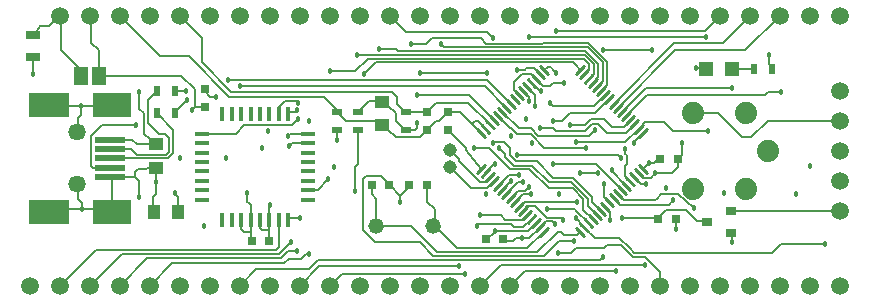
<source format=gbr>
G04 #@! TF.FileFunction,Copper,L1,Top,Signal*
%FSLAX46Y46*%
G04 Gerber Fmt 4.6, Leading zero omitted, Abs format (unit mm)*
G04 Created by KiCad (PCBNEW 4.0.1-stable) date 2017-03-15 4:54:50 PM*
%MOMM*%
G01*
G04 APERTURE LIST*
%ADD10C,0.100000*%
%ADD11C,1.320800*%
%ADD12C,1.143000*%
%ADD13C,0.248920*%
%ADD14R,0.398780X1.297940*%
%ADD15R,1.297940X0.398780*%
%ADD16C,1.879600*%
%ADD17R,1.168400X1.600200*%
%ADD18R,2.540000X0.508000*%
%ADD19R,3.497580X1.998980*%
%ADD20R,3.197860X1.998980*%
%ADD21C,1.457960*%
%ADD22C,1.498600*%
%ADD23R,0.750000X0.800000*%
%ADD24R,0.800000X0.750000*%
%ADD25R,1.000000X1.250000*%
%ADD26R,1.250000X1.000000*%
%ADD27R,1.200000X1.200000*%
%ADD28R,1.300000X0.700000*%
%ADD29R,0.900000X0.500000*%
%ADD30R,0.500000X0.900000*%
%ADD31R,0.900000X0.800000*%
%ADD32C,0.457000*%
%ADD33C,0.127000*%
G04 APERTURE END LIST*
D10*
D11*
X148374100Y-111353600D03*
X143548100Y-111353600D03*
D12*
X149771100Y-106324400D03*
X149771100Y-104952800D03*
D13*
X158107115Y-98501895D02*
X157435391Y-97830171D01*
X157747904Y-98861105D02*
X157076180Y-98189381D01*
X157388694Y-99220315D02*
X156716970Y-98548591D01*
X157047444Y-99561565D02*
X156375720Y-98889841D01*
X156688234Y-99920775D02*
X156016510Y-99249051D01*
X156329024Y-100279986D02*
X155657300Y-99608262D01*
X155987774Y-100621235D02*
X155316050Y-99949511D01*
X155628564Y-100980446D02*
X154956840Y-100308722D01*
X155271150Y-101337860D02*
X154599426Y-100666136D01*
X154911939Y-101697070D02*
X154240215Y-101025346D01*
X154570690Y-102038320D02*
X153898966Y-101366596D01*
X154211479Y-102397530D02*
X153539755Y-101725806D01*
X153852269Y-102756740D02*
X153180545Y-102085016D01*
X153511019Y-103097990D02*
X152839295Y-102426266D01*
X153151809Y-103457200D02*
X152480085Y-102785476D01*
X152792599Y-103816411D02*
X152120875Y-103144687D01*
X152120875Y-106862513D02*
X152792599Y-106190789D01*
X152480085Y-107221724D02*
X153151809Y-106550000D01*
X152839295Y-107580934D02*
X153511019Y-106909210D01*
X153180545Y-107922184D02*
X153852269Y-107250460D01*
X153539755Y-108281394D02*
X154211479Y-107609670D01*
X153898966Y-108640604D02*
X154570690Y-107968880D01*
X154240215Y-108981854D02*
X154911939Y-108310130D01*
X154599426Y-109341064D02*
X155271150Y-108669340D01*
X154956840Y-109698478D02*
X155628564Y-109026754D01*
X155316050Y-110057689D02*
X155987774Y-109385965D01*
X155657300Y-110398938D02*
X156329024Y-109727214D01*
X156016510Y-110758149D02*
X156688234Y-110086425D01*
X156375720Y-111117359D02*
X157047444Y-110445635D01*
X156716970Y-111458609D02*
X157388694Y-110786885D01*
X157076180Y-111817819D02*
X157747904Y-111146095D01*
X157435391Y-112177029D02*
X158107115Y-111505305D01*
X161155013Y-112178825D02*
X160483289Y-111507101D01*
X161514224Y-111819615D02*
X160842500Y-111147891D01*
X161873434Y-111460405D02*
X161201710Y-110788681D01*
X162214684Y-111119155D02*
X161542960Y-110447431D01*
X162573894Y-110759945D02*
X161902170Y-110088221D01*
X162933104Y-110400734D02*
X162261380Y-109729010D01*
X163274354Y-110059485D02*
X162602630Y-109387761D01*
X163633564Y-109700274D02*
X162961840Y-109028550D01*
X163990978Y-109342860D02*
X163319254Y-108671136D01*
X164350189Y-108983650D02*
X163678465Y-108311926D01*
X164691438Y-108642400D02*
X164019714Y-107970676D01*
X165050649Y-108283190D02*
X164378925Y-107611466D01*
X165409859Y-107923980D02*
X164738135Y-107252256D01*
X165751109Y-107582730D02*
X165079385Y-106911006D01*
X166110319Y-107223520D02*
X165438595Y-106551796D01*
X166469529Y-106864309D02*
X165797805Y-106192585D01*
X165797805Y-103814615D02*
X166469529Y-103142891D01*
X165438595Y-103455404D02*
X166110319Y-102783680D01*
X165079385Y-103096194D02*
X165751109Y-102424470D01*
X164738135Y-102754944D02*
X165409859Y-102083220D01*
X164378925Y-102395734D02*
X165050649Y-101724010D01*
X164019714Y-102036524D02*
X164691438Y-101364800D01*
X163678465Y-101695274D02*
X164350189Y-101023550D01*
X163319254Y-101336064D02*
X163990978Y-100664340D01*
X162961840Y-100978650D02*
X163633564Y-100306926D01*
X162602630Y-100619439D02*
X163274354Y-99947715D01*
X162261380Y-100278190D02*
X162933104Y-99606466D01*
X161902170Y-99918979D02*
X162573894Y-99247255D01*
X161542960Y-99559769D02*
X162214684Y-98888045D01*
X161201710Y-99218519D02*
X161873434Y-98546795D01*
X160842500Y-98859309D02*
X161514224Y-98187585D01*
X160483289Y-98500099D02*
X161155013Y-97828375D01*
D14*
X130525520Y-110827820D03*
X131325620Y-110827820D03*
X132125720Y-110827820D03*
X132925820Y-110827820D03*
X133723380Y-110827820D03*
X134523480Y-110827820D03*
X135323580Y-110827820D03*
X136123680Y-110827820D03*
D15*
X137815320Y-109136180D03*
X137815320Y-108336080D03*
X137815320Y-107535980D03*
X137815320Y-106735880D03*
X137815320Y-105938320D03*
X137815320Y-105138220D03*
X137815320Y-104338120D03*
X137815320Y-103538020D03*
D14*
X136123680Y-101846380D03*
X135323580Y-101846380D03*
X134523480Y-101846380D03*
X133723380Y-101846380D03*
X132925820Y-101846380D03*
X132125720Y-101846380D03*
X131325620Y-101846380D03*
X130525520Y-101846380D03*
D15*
X128833880Y-103538020D03*
X128833880Y-104338120D03*
X128833880Y-105138220D03*
X128833880Y-105938320D03*
X128833880Y-106735880D03*
X128833880Y-107535980D03*
X128833880Y-108336080D03*
X128833880Y-109136180D03*
D16*
X170370500Y-108254800D03*
X170370500Y-101752400D03*
X174891700Y-108254800D03*
X174891700Y-101752400D03*
X176730660Y-105003600D03*
D17*
X118538000Y-98650000D03*
X120059460Y-98650000D03*
D18*
X121043960Y-104040940D03*
X121043960Y-104841040D03*
X121043960Y-105638600D03*
X121043960Y-106436160D03*
X121043960Y-107236260D03*
D19*
X115852200Y-110136940D03*
X115852200Y-101140260D03*
D20*
X121150640Y-110136940D03*
X121150640Y-101140260D03*
D21*
X118227100Y-103438960D03*
X118227100Y-107838240D03*
D22*
X116751100Y-93573600D03*
X119291100Y-93573600D03*
X121831100Y-93573600D03*
X124371100Y-93573600D03*
X134531100Y-93573600D03*
X137071100Y-93573600D03*
X139611100Y-93573600D03*
X142151100Y-93573600D03*
X144691100Y-93573600D03*
X147231100Y-93573600D03*
X149771100Y-93573600D03*
X131991100Y-93573600D03*
X152311100Y-93573600D03*
X129451100Y-93573600D03*
X154851100Y-93573600D03*
X126911100Y-93573600D03*
X157391100Y-93573600D03*
X159931100Y-93573600D03*
X159931100Y-116433600D03*
X157391100Y-116433600D03*
X154851100Y-116433600D03*
X152311100Y-116433600D03*
X149771100Y-116433600D03*
X147231100Y-116433600D03*
X144691100Y-116433600D03*
X142151100Y-116433600D03*
X139611100Y-116433600D03*
X137071100Y-116433600D03*
X134531100Y-116433600D03*
X131991100Y-116433600D03*
X129451100Y-116433600D03*
X126911100Y-116433600D03*
X162471100Y-93573600D03*
X165011100Y-93573600D03*
X167551100Y-93573600D03*
X170091100Y-93573600D03*
X172631100Y-93573600D03*
X182791100Y-99923600D03*
X175171100Y-93573600D03*
X182791100Y-102463600D03*
X177711100Y-93573600D03*
X182791100Y-105003600D03*
X177711100Y-116433600D03*
X182791100Y-107543600D03*
X175171100Y-116433600D03*
X182791100Y-110083600D03*
X172631100Y-116433600D03*
X170091100Y-116433600D03*
X167551100Y-116433600D03*
X165011100Y-116433600D03*
X162471100Y-116433600D03*
X180251100Y-116433600D03*
X114211100Y-116433600D03*
X180251100Y-93573600D03*
X182791100Y-93573600D03*
X124371100Y-116433600D03*
X121831100Y-116433600D03*
X119291100Y-116433600D03*
X116751100Y-116433600D03*
X182791100Y-116433600D03*
D23*
X129075000Y-101300000D03*
X129075000Y-99800000D03*
D24*
X152825000Y-112500000D03*
X154325000Y-112500000D03*
D23*
X147875000Y-101725000D03*
X147875000Y-103225000D03*
X149650000Y-103225000D03*
X149650000Y-101725000D03*
D24*
X167425000Y-110725000D03*
X168925000Y-110725000D03*
X147850000Y-107925000D03*
X146350000Y-107925000D03*
X143175000Y-107925000D03*
X144675000Y-107925000D03*
X133025000Y-112625000D03*
X134525000Y-112625000D03*
D25*
X126775000Y-110200000D03*
X124775000Y-110200000D03*
D26*
X124875000Y-104450000D03*
X124875000Y-106450000D03*
D24*
X167575000Y-105650000D03*
X169075000Y-105650000D03*
D26*
X144050000Y-100825000D03*
X144050000Y-102825000D03*
D27*
X171525000Y-98025000D03*
X173725000Y-98025000D03*
D28*
X114475000Y-97075000D03*
X114475000Y-95175000D03*
D29*
X142000000Y-101700000D03*
X142000000Y-103200000D03*
X146100000Y-103225000D03*
X146100000Y-101725000D03*
X140246100Y-103213600D03*
X140246100Y-101713600D03*
D30*
X125025000Y-99925000D03*
X126525000Y-99925000D03*
X125025000Y-101825000D03*
X126525000Y-101825000D03*
X177075000Y-98025000D03*
X175575000Y-98025000D03*
D31*
X173600000Y-111950000D03*
X173600000Y-110050000D03*
X171600000Y-111000000D03*
D32*
X130848100Y-105638600D03*
X126911100Y-105638600D03*
X176822100Y-96875600D03*
X124879100Y-107670600D03*
X155867100Y-112369600D03*
X145580100Y-109321600D03*
X160312100Y-112623600D03*
X157518100Y-99923600D03*
X123482100Y-108940600D03*
X134531100Y-109575600D03*
X169456100Y-104368600D03*
X167170100Y-106908600D03*
X140246100Y-104038400D03*
X158661100Y-111226600D03*
X118656100Y-109956600D03*
X118529100Y-101193600D03*
X130000000Y-100425000D03*
X168948100Y-111607600D03*
X127927100Y-101574600D03*
X153600000Y-111775000D03*
X152819100Y-108686600D03*
X141770100Y-108432600D03*
X132626100Y-108559600D03*
X126530100Y-108559600D03*
X159042100Y-108686600D03*
X159423100Y-99288600D03*
X168059100Y-108178600D03*
X179108100Y-108686600D03*
X173012100Y-108559600D03*
X166662100Y-106019600D03*
X173647100Y-112750600D03*
X123482100Y-100050600D03*
X114465100Y-98526600D03*
X146977100Y-100304600D03*
X146977100Y-102641400D03*
X164376100Y-110718600D03*
X164249100Y-105638600D03*
X155486100Y-105384600D03*
X155613100Y-107035600D03*
X158788100Y-94843600D03*
X158788100Y-98399600D03*
X171488100Y-95351600D03*
X156502100Y-95351600D03*
X155486100Y-98145600D03*
X157010100Y-101193600D03*
X127546100Y-100685600D03*
X156502100Y-100812600D03*
X127419100Y-99923600D03*
X130975100Y-99034600D03*
X131991100Y-99542600D03*
X162090100Y-103225600D03*
X161328100Y-104749600D03*
X180251100Y-106273600D03*
X153581100Y-106146600D03*
X136309100Y-112750600D03*
X136055100Y-103733600D03*
X154978100Y-107543600D03*
X154978100Y-103733600D03*
X123228100Y-102844600D03*
X137833100Y-102463600D03*
X139484100Y-107416600D03*
X155994100Y-107670600D03*
X156502100Y-108051600D03*
X156248100Y-102336600D03*
X136817100Y-101574600D03*
X136817100Y-113512600D03*
X136182100Y-104622600D03*
X156756100Y-104368600D03*
X156629100Y-108686600D03*
X166916100Y-96494600D03*
X162725100Y-96494600D03*
X162344100Y-106908600D03*
X160820100Y-106908600D03*
X160566100Y-109321600D03*
X158915100Y-113639600D03*
X159375000Y-110850000D03*
X150533100Y-114782600D03*
X152311100Y-110464600D03*
X151041100Y-115417600D03*
X152057100Y-111353600D03*
X137833100Y-113766600D03*
X137071100Y-110718600D03*
X136944100Y-102336600D03*
X160439100Y-110718600D03*
X181521100Y-112877600D03*
X158026100Y-109956600D03*
X151803100Y-104749600D03*
X153454100Y-95478600D03*
X153962100Y-104749600D03*
X147231100Y-98399600D03*
X152946100Y-98399600D03*
X153454100Y-104368600D03*
X128943100Y-111353600D03*
X163360100Y-110845600D03*
X162725100Y-114020600D03*
X162852100Y-107797600D03*
X168694100Y-109194600D03*
X170472100Y-109829600D03*
X158534100Y-106146600D03*
X163487100Y-106654600D03*
X139992100Y-106400600D03*
X164630100Y-104876600D03*
X133896100Y-104749600D03*
X166281100Y-114655600D03*
X166408100Y-107797600D03*
X163868100Y-115163600D03*
X165392100Y-104368600D03*
X160439100Y-104241600D03*
X171615100Y-103352600D03*
X170599100Y-98018600D03*
X157391100Y-103098600D03*
X159931100Y-102844600D03*
X177838100Y-100050600D03*
X173647100Y-99669600D03*
X158534100Y-102463600D03*
X134404100Y-103352600D03*
X158280100Y-100939600D03*
X146469100Y-95986600D03*
X149009100Y-95986600D03*
X143802100Y-96367600D03*
X141897100Y-96875600D03*
X139611100Y-98272600D03*
X142532100Y-98526600D03*
X136944100Y-100939600D03*
D33*
X177076100Y-98018600D02*
X177076100Y-97891600D01*
X177076100Y-97891600D02*
X176822100Y-97637600D01*
X176822100Y-97637600D02*
X176822100Y-96875600D01*
X124879100Y-106464100D02*
X124879100Y-107670600D01*
X124879100Y-107670600D02*
X124879100Y-108686600D01*
X124879100Y-108686600D02*
X124625100Y-108940600D01*
X124625100Y-108940600D02*
X124625100Y-109956600D01*
X124625100Y-109956600D02*
X124752100Y-110210600D01*
X124879100Y-106464100D02*
X123355100Y-106527600D01*
X123355100Y-106527600D02*
X123101100Y-106781600D01*
X123101100Y-106781600D02*
X123101100Y-107162600D01*
X134524600Y-110829700D02*
X134524600Y-111734600D01*
X134524600Y-111734600D02*
X134524600Y-112543394D01*
X134524600Y-112543394D02*
X134531100Y-112623600D01*
X133724600Y-110829700D02*
X133724600Y-111563100D01*
X133724600Y-111563100D02*
X133896100Y-111734600D01*
X133896100Y-111734600D02*
X134524600Y-111734600D01*
X154343100Y-112496600D02*
X154470100Y-112623600D01*
X154470100Y-112623600D02*
X155105100Y-112623600D01*
X155105100Y-112623600D02*
X155359100Y-112369600D01*
X155359100Y-112369600D02*
X155867100Y-112369600D01*
X157412506Y-111485084D02*
X156527991Y-112369600D01*
X156527991Y-112369600D02*
X155867100Y-112369600D01*
X144691100Y-107924600D02*
X145580100Y-108813600D01*
X146342100Y-107924600D02*
X146342100Y-108051600D01*
X146342100Y-108051600D02*
X145580100Y-108813600D01*
X145580100Y-108813600D02*
X145580100Y-109321600D01*
X160312100Y-112623600D02*
X159042100Y-112623600D01*
X159042100Y-112623600D02*
X157772100Y-113893600D01*
X157772100Y-113893600D02*
X148374100Y-113893600D01*
X148374100Y-113893600D02*
X147231100Y-112750600D01*
X147231100Y-112750600D02*
X143421100Y-112750600D01*
X143421100Y-112750600D02*
X142405100Y-111734600D01*
X142405100Y-111734600D02*
X142405100Y-107416600D01*
X142405100Y-107416600D02*
X142659100Y-107162600D01*
X142659100Y-107162600D02*
X143929100Y-107162600D01*
X143929100Y-107162600D02*
X144691100Y-107924600D01*
X121046100Y-107238600D02*
X123177100Y-107238600D01*
X123177100Y-107238600D02*
X123482100Y-107543600D01*
X123482100Y-107543600D02*
X123482100Y-108940600D01*
X134524600Y-110829700D02*
X134524600Y-109582100D01*
X134524600Y-109582100D02*
X134531100Y-109575600D01*
X169075100Y-105638600D02*
X169456100Y-105384600D01*
X169456100Y-105384600D02*
X169456100Y-104368600D01*
X165777581Y-106887194D02*
X165636159Y-106771659D01*
X165636159Y-106771659D02*
X166154100Y-107289600D01*
X166154100Y-107289600D02*
X166789100Y-107289600D01*
X166789100Y-107289600D02*
X167170100Y-106908600D01*
X167170100Y-106908600D02*
X168567100Y-106908600D01*
X169075100Y-106400600D02*
X169075100Y-105638600D01*
X140246100Y-103225600D02*
X140246100Y-104038400D01*
X168567100Y-106908600D02*
X169075100Y-106400600D01*
X156712047Y-99222578D02*
X157413069Y-99923600D01*
X157413069Y-99923600D02*
X157518100Y-99923600D01*
X157645100Y-111226600D02*
X157391100Y-111480600D01*
X118529100Y-101193600D02*
X115907100Y-101193600D01*
X115907100Y-101193600D02*
X115852100Y-101138600D01*
X118529100Y-101193600D02*
X121097100Y-101193600D01*
X121097100Y-101193600D02*
X121152100Y-101138600D01*
X118656100Y-109956600D02*
X120970100Y-109956600D01*
X120970100Y-109956600D02*
X121152100Y-110138600D01*
X118656100Y-109956600D02*
X116034100Y-109956600D01*
X116034100Y-109956600D02*
X115852100Y-110138600D01*
X118656100Y-109956600D02*
X118656100Y-109448600D01*
X118656100Y-109448600D02*
X118275100Y-109067600D01*
X118275100Y-107797600D02*
X118275100Y-109067600D01*
X118529100Y-101193600D02*
X118529100Y-101955600D01*
X118275100Y-103479600D02*
X118275100Y-102209600D01*
X118275100Y-102209600D02*
X118529100Y-101955600D01*
X157645100Y-111226600D02*
X157899100Y-110972600D01*
X157899100Y-110972600D02*
X158026100Y-110972600D01*
X158026100Y-110972600D02*
X158153100Y-110972600D01*
X158153100Y-110972600D02*
X158407100Y-110972600D01*
X158407100Y-110972600D02*
X158661100Y-111226600D01*
X121152100Y-110138600D02*
X121152100Y-107206600D01*
X121152100Y-107206600D02*
X121196100Y-107162600D01*
X129070100Y-99796600D02*
X129070100Y-99970100D01*
X129070100Y-99970100D02*
X129525000Y-100425000D01*
X129525000Y-100425000D02*
X130000000Y-100425000D01*
X168948100Y-110718600D02*
X168948100Y-111607600D01*
X119418100Y-95859600D02*
X119418100Y-93700600D01*
X119418100Y-93700600D02*
X119291100Y-93573600D01*
X129070100Y-101320600D02*
X128181100Y-101320600D01*
X120053100Y-96494600D02*
X119418100Y-95859600D01*
X120053100Y-98653600D02*
X120053100Y-96494600D01*
X127038100Y-98653600D02*
X120053100Y-98653600D01*
X127927100Y-101574600D02*
X128181100Y-101320600D01*
X128181100Y-101320600D02*
X128181100Y-99796600D01*
X128181100Y-99796600D02*
X127038100Y-98653600D01*
X128181100Y-101320600D02*
X127927100Y-101574600D01*
X153600000Y-111775000D02*
X156400579Y-111775000D01*
X153581100Y-111861600D02*
X153581100Y-111793900D01*
X153581100Y-111793900D02*
X153600000Y-111775000D01*
X153581100Y-111861600D02*
X152946100Y-112496600D01*
X152946100Y-112496600D02*
X152819100Y-112496600D01*
X141770100Y-108432600D02*
X141770100Y-106400600D01*
X141770100Y-106400600D02*
X142024100Y-106146600D01*
X142024100Y-106146600D02*
X142024100Y-103987600D01*
X132626100Y-108559600D02*
X132626100Y-109321600D01*
X132626100Y-109321600D02*
X132753100Y-109448600D01*
X132924600Y-109620100D02*
X132753100Y-109448600D01*
X126784100Y-108940600D02*
X126530100Y-108559600D01*
X159423100Y-99288600D02*
X158534100Y-99288600D01*
X158534100Y-99288600D02*
X158280100Y-99542600D01*
X158280100Y-99542600D02*
X157714569Y-99542600D01*
X166662100Y-106019600D02*
X166616331Y-106019600D01*
X166662100Y-106019600D02*
X167043100Y-106019600D01*
X142024100Y-103225600D02*
X142024100Y-103987600D01*
X156400579Y-111775000D02*
X157052832Y-111122747D01*
X132924600Y-110829700D02*
X132924600Y-111861600D01*
X132924600Y-111861600D02*
X132924600Y-112531819D01*
X132924600Y-112531819D02*
X133007100Y-112623600D01*
X132124600Y-110829700D02*
X132124600Y-111614100D01*
X132124600Y-111614100D02*
X132372100Y-111861600D01*
X132372100Y-111861600D02*
X132924600Y-111861600D01*
X166616331Y-106019600D02*
X166136791Y-106527981D01*
X167043100Y-106019600D02*
X167551100Y-105638600D01*
X157053297Y-98881328D02*
X156698569Y-98526600D01*
X156698569Y-98526600D02*
X155867100Y-98526600D01*
X155867100Y-98526600D02*
X155232100Y-99161600D01*
X155232100Y-99161600D02*
X155232100Y-99542600D01*
X155652378Y-100282250D02*
X155232100Y-99861972D01*
X155232100Y-99861972D02*
X155232100Y-99542600D01*
X157714569Y-99542600D02*
X157053297Y-98881328D01*
X132924600Y-110829700D02*
X132924600Y-109620100D01*
X126784100Y-110210600D02*
X126784100Y-108940600D01*
X173647100Y-111861600D02*
X173647100Y-112750600D01*
X123863100Y-103543100D02*
X124879100Y-104432100D01*
X121046100Y-104038600D02*
X122898100Y-104038600D01*
X122898100Y-104038600D02*
X123291600Y-104432100D01*
X123291600Y-104432100D02*
X124879100Y-104432100D01*
X123863100Y-101828600D02*
X123863100Y-103543100D01*
X123482100Y-101447600D02*
X123863100Y-101828600D01*
X123482100Y-100050600D02*
X123482100Y-101447600D01*
X114465100Y-97002600D02*
X114465100Y-98526600D01*
X153515075Y-102419550D02*
X151400125Y-100304600D01*
X151400125Y-100304600D02*
X148882100Y-100304600D01*
X148882100Y-100304600D02*
X146977100Y-100304600D01*
X142913100Y-100812600D02*
X142024100Y-101701600D01*
X146977100Y-102641400D02*
X146977100Y-103098600D01*
X146977100Y-103098600D02*
X146850100Y-103225600D01*
X144056100Y-100812600D02*
X142913100Y-100812600D01*
X144437100Y-101193600D02*
X144056100Y-100812600D01*
X144564100Y-101193600D02*
X144437100Y-101193600D01*
X145199100Y-101828600D02*
X144564100Y-101193600D01*
X146850100Y-103225600D02*
X146088100Y-103225600D01*
X145961100Y-103225600D02*
X146088100Y-103225600D01*
X145199100Y-102463600D02*
X145961100Y-103225600D01*
X145199100Y-101828600D02*
X145199100Y-102463600D01*
X141008100Y-102463600D02*
X143548100Y-102463600D01*
X143548100Y-102463600D02*
X143929100Y-102844600D01*
X143929100Y-102844600D02*
X144056100Y-102844600D01*
X145199100Y-103860600D02*
X144564100Y-103225600D01*
X144564100Y-103225600D02*
X144437100Y-103225600D01*
X144437100Y-103225600D02*
X144056100Y-102844600D01*
X145707100Y-103860600D02*
X145199100Y-103860600D01*
X147231100Y-103860600D02*
X145707100Y-103860600D01*
X121831100Y-93573600D02*
X125260100Y-97002600D01*
X125260100Y-97002600D02*
X127165100Y-97002600D01*
X139103100Y-100431600D02*
X140246100Y-101574600D01*
X140246100Y-101574600D02*
X140246100Y-101701600D01*
X151669031Y-102692844D02*
X152455406Y-103479222D01*
X152260450Y-102565844D02*
X152814616Y-103120009D01*
X140246100Y-101701600D02*
X141008100Y-102463600D01*
X139103100Y-100431600D02*
X131102100Y-100431600D01*
X131102100Y-100431600D02*
X127673100Y-97002600D01*
X127673100Y-97002600D02*
X127165100Y-97002600D01*
X152260450Y-102565844D02*
X152158206Y-102463600D01*
X150677788Y-101701600D02*
X151669031Y-102692844D01*
X151669031Y-102692844D02*
X151700856Y-102692844D01*
X151700856Y-102692844D02*
X151930100Y-102463600D01*
X152158206Y-102463600D02*
X151930100Y-102463600D01*
X148628100Y-102463600D02*
X147866100Y-103225600D01*
X147866100Y-103225600D02*
X147231100Y-103860600D01*
X148755100Y-102463600D02*
X148628100Y-102463600D01*
X148882100Y-102463600D02*
X148755100Y-102463600D01*
X149644100Y-101701600D02*
X150677788Y-101701600D01*
X149644100Y-101701600D02*
X148882100Y-102463600D01*
X148626100Y-100941600D02*
X147866100Y-101701600D01*
X151354625Y-100941600D02*
X148626100Y-100941600D01*
X126911100Y-93573600D02*
X128816100Y-95478600D01*
X144870100Y-99975600D02*
X145326100Y-100431600D01*
X145326100Y-100431600D02*
X145326100Y-101066600D01*
X153173825Y-102760800D02*
X151354625Y-100941600D01*
X145326100Y-101066600D02*
X145961100Y-101701600D01*
X145961100Y-101701600D02*
X146088100Y-101701600D01*
X146088100Y-101701600D02*
X147866100Y-101701600D01*
X144870100Y-99975600D02*
X131279100Y-99975600D01*
X131279100Y-99975600D02*
X128816100Y-97512600D01*
X128816100Y-97512600D02*
X128816100Y-95478600D01*
X151168100Y-104749600D02*
X149644100Y-103225600D01*
X151168100Y-104957834D02*
X151168100Y-104749600D01*
X152455406Y-106527981D02*
X151168100Y-104957834D01*
X167424100Y-110718600D02*
X167297100Y-110718600D01*
X167297100Y-110718600D02*
X164376100Y-110718600D01*
X164249100Y-105638600D02*
X163995100Y-105384600D01*
X163995100Y-105384600D02*
X155486100Y-105384600D01*
X170345100Y-110591600D02*
X169787100Y-110033600D01*
X169787100Y-110033600D02*
X168109100Y-110033600D01*
X168109100Y-110033600D02*
X167424100Y-110718600D01*
X155613100Y-107035600D02*
X155105100Y-107035600D01*
X154785550Y-107035600D02*
X155105100Y-107035600D01*
X170726100Y-110972600D02*
X170345100Y-110591600D01*
X153874288Y-107946862D02*
X154785550Y-107035600D01*
X171615100Y-110972600D02*
X170726100Y-110972600D01*
X147866100Y-107924600D02*
X147866100Y-109321600D01*
X147866100Y-109321600D02*
X148501100Y-109956600D01*
X148501100Y-109956600D02*
X148501100Y-111226600D01*
X148501100Y-111226600D02*
X148374100Y-111353600D01*
X148374100Y-111353600D02*
X148501100Y-111353600D01*
X148501100Y-111353600D02*
X150406100Y-113258600D01*
X150406100Y-113258600D02*
X156357409Y-113258600D01*
X156357409Y-113258600D02*
X157771719Y-111844294D01*
X143548100Y-111353600D02*
X143548100Y-109067600D01*
X143548100Y-109067600D02*
X143167100Y-108686600D01*
X143167100Y-108686600D02*
X143167100Y-107924600D01*
X143548100Y-111353600D02*
X146469100Y-111353600D01*
X146469100Y-111353600D02*
X148680100Y-113564600D01*
X148680100Y-113564600D02*
X157212100Y-113564600D01*
X157212100Y-113564600D02*
X158915100Y-111861600D01*
X158915100Y-111861600D02*
X159169100Y-111861600D01*
X159169100Y-111861600D02*
X159423100Y-112115600D01*
X159423100Y-112115600D02*
X160520331Y-112115600D01*
X160520331Y-112115600D02*
X160820478Y-111844294D01*
X153515075Y-107587653D02*
X152924128Y-108178600D01*
X152924128Y-108178600D02*
X151676100Y-108178600D01*
X151676100Y-108178600D02*
X151625300Y-108178600D01*
X151625300Y-108178600D02*
X149771100Y-106324400D01*
X153173825Y-107246403D02*
X152749628Y-107670600D01*
X152749628Y-107670600D02*
X152438100Y-107670600D01*
X152438100Y-107670600D02*
X152311100Y-107670600D01*
X152311100Y-107670600D02*
X150533100Y-105892600D01*
X150533100Y-105892600D02*
X150533100Y-105714800D01*
X150533100Y-105714800D02*
X149771100Y-104952800D01*
X172631100Y-93573600D02*
X171361100Y-94843600D01*
X171361100Y-94843600D02*
X158788100Y-94843600D01*
X158788100Y-98399600D02*
X158534100Y-98145600D01*
X157771719Y-98162909D02*
X158071869Y-97891600D01*
X158071869Y-97891600D02*
X158280100Y-97891600D01*
X158534100Y-98145600D02*
X158407100Y-98018600D01*
X158407100Y-98018600D02*
X158280100Y-97891600D01*
X171488100Y-95351600D02*
X156502100Y-95351600D01*
X155486100Y-98145600D02*
X156121100Y-98145600D01*
X156121100Y-98145600D02*
X156248100Y-98018600D01*
X156248100Y-98018600D02*
X156908988Y-98018600D01*
X156908988Y-98018600D02*
X157412506Y-98522119D01*
X157010100Y-101193600D02*
X157010100Y-100239053D01*
X157010100Y-100239053D02*
X156352838Y-99581791D01*
X126530100Y-101828600D02*
X126530100Y-101701600D01*
X126530100Y-101701600D02*
X127546100Y-100685600D01*
X156502100Y-100812600D02*
X156502100Y-100449475D01*
X155993628Y-99941000D02*
X156502100Y-100449475D01*
X127419100Y-99923600D02*
X126530100Y-99923600D01*
X130975100Y-99034600D02*
X152967888Y-99034600D01*
X152967888Y-99034600D02*
X154933956Y-101000669D01*
X131991100Y-99542600D02*
X152757466Y-99542600D01*
X152757466Y-99542600D02*
X154574747Y-101359881D01*
X162090100Y-103225600D02*
X161582100Y-103733600D01*
X161582100Y-103733600D02*
X157264100Y-103733600D01*
X157264100Y-103733600D02*
X156629100Y-103098600D01*
X156629100Y-103098600D02*
X155630969Y-103098600D01*
X155630969Y-103098600D02*
X154233497Y-101701131D01*
X161328100Y-104749600D02*
X157772100Y-104749600D01*
X157772100Y-104749600D02*
X156629100Y-103606600D01*
X153874288Y-102060341D02*
X154912547Y-103098600D01*
X154912547Y-103098600D02*
X154978100Y-103098600D01*
X154978100Y-103098600D02*
X155486100Y-103606600D01*
X155486100Y-103606600D02*
X156629100Y-103606600D01*
X153581100Y-106146600D02*
X153555209Y-106146600D01*
X153555209Y-106146600D02*
X152814616Y-106887194D01*
X119291100Y-116433600D02*
X122024700Y-113700000D01*
X122024700Y-113700000D02*
X135359700Y-113700000D01*
X135359700Y-113700000D02*
X136309100Y-112750600D01*
X136055100Y-103733600D02*
X136182100Y-103606600D01*
X137817200Y-103537100D02*
X136251600Y-103537100D01*
X136251600Y-103537100D02*
X136055100Y-103733600D01*
X154233497Y-108306072D02*
X154374919Y-108146781D01*
X154374919Y-108146781D02*
X154978100Y-107543600D01*
X123228100Y-102844600D02*
X123101100Y-102971600D01*
X123228100Y-102844600D02*
X120307100Y-102844600D01*
X120307100Y-102844600D02*
X119418100Y-103733600D01*
X119418100Y-103733600D02*
X119418100Y-104495600D01*
X119418100Y-106273600D02*
X119418100Y-104495600D01*
X119583100Y-106438600D02*
X119418100Y-106273600D01*
X137817200Y-108337100D02*
X137648700Y-108305600D01*
X137648700Y-108305600D02*
X138595100Y-108305600D01*
X138595100Y-108305600D02*
X139484100Y-107416600D01*
X155994100Y-107670600D02*
X155551469Y-107670600D01*
X155551469Y-107670600D02*
X154574747Y-108647322D01*
X121046100Y-106438600D02*
X119583100Y-106438600D01*
X154933956Y-109006534D02*
X155075378Y-108843322D01*
X136817100Y-101574600D02*
X136690100Y-101701600D01*
X136690100Y-101701600D02*
X136213500Y-101701600D01*
X136213500Y-101701600D02*
X136124600Y-101844500D01*
X156502100Y-108051600D02*
X156196100Y-108357600D01*
X156196100Y-108357600D02*
X155582891Y-108357600D01*
X155582891Y-108357600D02*
X154933956Y-109006534D01*
X121831100Y-116433600D02*
X124164700Y-114100000D01*
X124164700Y-114100000D02*
X135467700Y-114100000D01*
X135467700Y-114100000D02*
X136055100Y-113512600D01*
X136055100Y-113512600D02*
X136817100Y-113512600D01*
X136182100Y-104622600D02*
X136309100Y-104495600D01*
X137817200Y-104337100D02*
X136467600Y-104337100D01*
X136467600Y-104337100D02*
X136182100Y-104622600D01*
X155972309Y-108686600D02*
X155293166Y-109365744D01*
X155972309Y-108686600D02*
X156121100Y-108686600D01*
X156629100Y-108686600D02*
X156502100Y-108686600D01*
X156502100Y-108686600D02*
X156121100Y-108686600D01*
X166916100Y-96494600D02*
X162725100Y-96494600D01*
X162344100Y-106908600D02*
X160820100Y-106908600D01*
X160566100Y-109321600D02*
X157391100Y-109321600D01*
X157391100Y-109321600D02*
X157010100Y-109321600D01*
X157010100Y-109321600D02*
X156055731Y-109321600D01*
X156055731Y-109321600D02*
X155652378Y-109724953D01*
X157991250Y-110683750D02*
X159208750Y-110683750D01*
X160058100Y-113639600D02*
X158915100Y-113639600D01*
X160439100Y-113258600D02*
X160058100Y-113639600D01*
X162852100Y-113258600D02*
X160439100Y-113258600D01*
X163106100Y-113004600D02*
X162852100Y-113258600D01*
X164249100Y-113004600D02*
X163106100Y-113004600D01*
X165265100Y-114020600D02*
X164249100Y-113004600D01*
X166281100Y-114020600D02*
X165265100Y-114020600D01*
X167551100Y-115290600D02*
X166281100Y-114020600D01*
X167551100Y-115290600D02*
X167551100Y-116433600D01*
X159208750Y-110683750D02*
X159375000Y-110850000D01*
X157991250Y-110683750D02*
X157010100Y-109702600D01*
X155993628Y-110066203D02*
X156357228Y-109702600D01*
X156357228Y-109702600D02*
X157010100Y-109702600D01*
X137071100Y-116433600D02*
X138722100Y-114782600D01*
X138722100Y-114782600D02*
X143040100Y-114782600D01*
X143040100Y-114782600D02*
X150533100Y-114782600D01*
X152311100Y-110464600D02*
X154089100Y-110464600D01*
X154089100Y-110464600D02*
X154470100Y-110845600D01*
X154470100Y-110845600D02*
X154851100Y-110845600D01*
X154851100Y-110845600D02*
X155613100Y-110845600D01*
X156352838Y-110425412D02*
X155932650Y-110845600D01*
X155932650Y-110845600D02*
X155613100Y-110845600D01*
X139611100Y-116433600D02*
X140627100Y-115417600D01*
X140627100Y-115417600D02*
X151041100Y-115417600D01*
X152057100Y-111353600D02*
X152184100Y-111226600D01*
X152184100Y-111226600D02*
X154978100Y-111226600D01*
X154978100Y-111226600D02*
X155232100Y-111480600D01*
X155232100Y-111480600D02*
X155486100Y-111480600D01*
X156712047Y-110784625D02*
X156016072Y-111480600D01*
X156016072Y-111480600D02*
X155486100Y-111480600D01*
X124371100Y-116433600D02*
X126276100Y-114528600D01*
X126276100Y-114528600D02*
X135771400Y-114528600D01*
X135771400Y-114528600D02*
X136152400Y-114147600D01*
X136152400Y-114147600D02*
X137198100Y-114147600D01*
X137198100Y-114147600D02*
X137579100Y-113766600D01*
X137579100Y-113766600D02*
X137833100Y-113766600D01*
X137071100Y-110718600D02*
X136213500Y-110718600D01*
X136213500Y-110718600D02*
X136124600Y-110829700D01*
X136944100Y-102336600D02*
X136436100Y-102844600D01*
X136436100Y-102844600D02*
X132372100Y-102844600D01*
X132372100Y-102844600D02*
X131679600Y-103537100D01*
X131679600Y-103537100D02*
X128832000Y-103537100D01*
X160439100Y-110718600D02*
X161038269Y-111317769D01*
X161038269Y-111317769D02*
X161179691Y-111485084D01*
X181521100Y-112877600D02*
X177838100Y-112877600D01*
X177838100Y-112877600D02*
X177457100Y-113258600D01*
X165011100Y-113258600D02*
X164122100Y-112369600D01*
X164122100Y-112369600D02*
X162064206Y-112369600D01*
X162064206Y-112369600D02*
X161179691Y-111485084D01*
X165011100Y-113258600D02*
X165392100Y-113639600D01*
X165392100Y-113639600D02*
X177076100Y-113639600D01*
X177076100Y-113639600D02*
X177457100Y-113258600D01*
X160369625Y-109956600D02*
X160496625Y-110083600D01*
X158026100Y-109956600D02*
X160369625Y-109956600D01*
X161538900Y-111125875D02*
X160496625Y-110083600D01*
X151803100Y-104749600D02*
X153073100Y-104749600D01*
X153073100Y-104749600D02*
X154874100Y-106550600D01*
X154874100Y-106550600D02*
X156525100Y-106550600D01*
X156525100Y-106550600D02*
X158153100Y-108178600D01*
X158153100Y-108178600D02*
X160185100Y-108178600D01*
X160185100Y-108178600D02*
X161074100Y-109067600D01*
X161074100Y-109067600D02*
X161074100Y-109978575D01*
X161074100Y-109978575D02*
X161880150Y-110784625D01*
X146100000Y-94970600D02*
X146088100Y-94970600D01*
X146088100Y-94970600D02*
X144691100Y-93573600D01*
X146100000Y-94970600D02*
X152946100Y-94970600D01*
X152946100Y-94970600D02*
X153454100Y-95478600D01*
X153962100Y-104749600D02*
X154470100Y-105257600D01*
X154470100Y-105257600D02*
X154470100Y-105511600D01*
X154470100Y-105511600D02*
X155205100Y-106246600D01*
X155205100Y-106246600D02*
X156729100Y-106246600D01*
X156729100Y-106246600D02*
X158153100Y-107670600D01*
X158153100Y-107670600D02*
X160058100Y-107670600D01*
X160058100Y-107670600D02*
X161455100Y-109067600D01*
X161455100Y-109067600D02*
X161455100Y-109641153D01*
X161455100Y-109641153D02*
X162239359Y-110425412D01*
X147231100Y-98399600D02*
X152946100Y-98399600D01*
X154343100Y-104241600D02*
X154851100Y-104749600D01*
X154851100Y-104749600D02*
X154851100Y-105384600D01*
X154851100Y-105384600D02*
X155359100Y-105892600D01*
X155359100Y-105892600D02*
X157137100Y-105892600D01*
X157137100Y-105892600D02*
X158534100Y-107289600D01*
X158534100Y-107289600D02*
X160185100Y-107289600D01*
X160185100Y-107289600D02*
X161836100Y-108940600D01*
X161836100Y-108940600D02*
X161836100Y-109303731D01*
X161836100Y-109303731D02*
X162598569Y-110066203D01*
X154343100Y-104241600D02*
X153581100Y-104241600D01*
X153581100Y-104241600D02*
X153454100Y-104368600D01*
X163360100Y-110845600D02*
X163360100Y-110210600D01*
X163360100Y-110210600D02*
X162798397Y-109648897D01*
X162798397Y-109648897D02*
X162939819Y-109724953D01*
X131991100Y-116433600D02*
X133388100Y-115036600D01*
X133388100Y-115036600D02*
X137833100Y-115036600D01*
X137833100Y-115036600D02*
X138595100Y-114274600D01*
X138595100Y-114274600D02*
X162471100Y-114274600D01*
X162471100Y-114274600D02*
X162725100Y-114020600D01*
X163299031Y-109365744D02*
X162852100Y-108918812D01*
X162852100Y-108918812D02*
X162852100Y-107797600D01*
X168694100Y-109194600D02*
X168313100Y-109575600D01*
X168313100Y-109575600D02*
X167805100Y-109575600D01*
X168694100Y-109194600D02*
X168567100Y-109321600D01*
X164630100Y-109575600D02*
X167805100Y-109575600D01*
X164227306Y-109575600D02*
X164630100Y-109575600D01*
X163973306Y-109321600D02*
X163658241Y-109006534D01*
X163973306Y-109321600D02*
X164227306Y-109575600D01*
X164437728Y-109067600D02*
X164017450Y-108647322D01*
X167297100Y-109067600D02*
X167678100Y-108686600D01*
X167678100Y-108686600D02*
X169075100Y-108686600D01*
X169075100Y-108686600D02*
X170472100Y-109829600D01*
X164437728Y-109067600D02*
X164564728Y-109194600D01*
X164564728Y-109194600D02*
X164884100Y-109194600D01*
X167297100Y-109067600D02*
X167170100Y-109194600D01*
X167170100Y-109194600D02*
X164884100Y-109194600D01*
X158534100Y-106146600D02*
X162199225Y-106146600D01*
X162199225Y-106146600D02*
X164358700Y-108306072D01*
X164717909Y-107946862D02*
X163487100Y-106716053D01*
X163487100Y-106716053D02*
X163487100Y-106654600D01*
X165077122Y-107587653D02*
X164630100Y-107140631D01*
X164630100Y-107140631D02*
X164630100Y-106759631D01*
X164757100Y-106146600D02*
X164757100Y-105384600D01*
X164757100Y-105384600D02*
X164630100Y-105257600D01*
X164630100Y-105257600D02*
X164630100Y-104876600D01*
X164757100Y-106146600D02*
X164630100Y-106273600D01*
X164630100Y-106759631D02*
X164630100Y-106632631D01*
X164630100Y-106632631D02*
X164630100Y-106273600D01*
X152311100Y-116433600D02*
X154089100Y-114655600D01*
X154089100Y-114655600D02*
X166281100Y-114655600D01*
X166408100Y-107797600D02*
X165969569Y-107797600D01*
X165969569Y-107797600D02*
X165418372Y-107246403D01*
X154851100Y-116433600D02*
X156121100Y-115163600D01*
X156121100Y-115163600D02*
X163868100Y-115163600D01*
X165995369Y-103638331D02*
X166136791Y-103479222D01*
X165392100Y-104368600D02*
X165392100Y-104223909D01*
X165392100Y-104223909D02*
X166136791Y-103479222D01*
X160439100Y-104241600D02*
X164655991Y-104241600D01*
X164655991Y-104241600D02*
X165777581Y-103120009D01*
X170599100Y-98018600D02*
X171742100Y-98018600D01*
X165777581Y-103120009D02*
X166306991Y-102590600D01*
X166306991Y-102590600D02*
X167932100Y-102590600D01*
X167932100Y-102590600D02*
X168694100Y-103352600D01*
X168694100Y-103352600D02*
X171615100Y-103352600D01*
X157391100Y-103098600D02*
X158534100Y-103098600D01*
X158534100Y-103098600D02*
X158788100Y-103352600D01*
X158788100Y-103352600D02*
X161201100Y-103352600D01*
X161201100Y-103352600D02*
X161836100Y-102717600D01*
X161836100Y-102717600D02*
X162344100Y-102717600D01*
X162344100Y-102717600D02*
X163106100Y-103479600D01*
X164699572Y-103479600D02*
X165418372Y-102760800D01*
X164699572Y-103479600D02*
X164630100Y-103479600D01*
X163106100Y-103479600D02*
X164630100Y-103479600D01*
X159931100Y-102844600D02*
X161201100Y-102844600D01*
X161201100Y-102844600D02*
X161709100Y-102336600D01*
X164503100Y-102971600D02*
X164913728Y-102560972D01*
X164913728Y-102560972D02*
X165077122Y-102419550D01*
X164503100Y-102971600D02*
X164376100Y-102971600D01*
X164376100Y-102971600D02*
X163487100Y-102971600D01*
X163487100Y-102971600D02*
X162852100Y-102336600D01*
X162852100Y-102336600D02*
X161709100Y-102336600D01*
X177838100Y-100050600D02*
X176695100Y-100050600D01*
X176695100Y-100050600D02*
X176441100Y-100304600D01*
X176441100Y-100304600D02*
X166473650Y-100304600D01*
X166473650Y-100304600D02*
X164717909Y-102060341D01*
X173647100Y-99669600D02*
X166390228Y-99669600D01*
X166390228Y-99669600D02*
X164358700Y-101701131D01*
X177711100Y-93573600D02*
X174790100Y-96494600D01*
X174790100Y-96494600D02*
X169329100Y-96494600D01*
X169329100Y-96494600D02*
X169202100Y-96494600D01*
X164017450Y-101359881D02*
X168882731Y-96494600D01*
X168882731Y-96494600D02*
X169329100Y-96494600D01*
X175171100Y-93573600D02*
X172885100Y-95859600D01*
X163658241Y-101000669D02*
X168799309Y-95859600D01*
X168799309Y-95859600D02*
X172885100Y-95859600D01*
X163299031Y-100641459D02*
X162111891Y-101828600D01*
X162111891Y-101828600D02*
X159931100Y-101828600D01*
X159931100Y-101828600D02*
X159296100Y-102463600D01*
X159296100Y-102463600D02*
X158534100Y-102463600D01*
X162282469Y-100939600D02*
X162939819Y-100282250D01*
X162282469Y-100939600D02*
X162028469Y-101193600D01*
X162028469Y-101193600D02*
X161709100Y-101193600D01*
X161709100Y-101193600D02*
X160566100Y-101193600D01*
X158280100Y-100939600D02*
X158534100Y-101193600D01*
X158534100Y-101193600D02*
X160566100Y-101193600D01*
X146469100Y-95986600D02*
X147739100Y-95986600D01*
X147739100Y-95986600D02*
X148247100Y-95478600D01*
X148247100Y-95478600D02*
X152438100Y-95478600D01*
X152438100Y-95478600D02*
X152896100Y-95936600D01*
X152896100Y-95936600D02*
X157568100Y-95936600D01*
X157568100Y-95936600D02*
X157645100Y-95859600D01*
X157645100Y-95859600D02*
X161455100Y-95859600D01*
X161455100Y-95859600D02*
X163106100Y-97510600D01*
X163106100Y-97510600D02*
X163106100Y-99433472D01*
X163106100Y-99433472D02*
X162598569Y-99941000D01*
X162725100Y-99096050D02*
X162239359Y-99581791D01*
X162725100Y-97510600D02*
X162725100Y-99096050D01*
X161455100Y-96240600D02*
X162725100Y-97510600D01*
X149263100Y-96240600D02*
X161455100Y-96240600D01*
X149009100Y-95986600D02*
X149263100Y-96240600D01*
X143802100Y-96367600D02*
X145199100Y-96367600D01*
X145199100Y-96367600D02*
X145381500Y-96550000D01*
X145381500Y-96550000D02*
X161256500Y-96550000D01*
X161256500Y-96550000D02*
X162344100Y-97637600D01*
X162344100Y-97637600D02*
X162344100Y-98758628D01*
X162344100Y-98758628D02*
X161880150Y-99222578D01*
X161201100Y-96875600D02*
X141897100Y-96875600D01*
X161538900Y-98881328D02*
X161963100Y-98457128D01*
X161963100Y-97637600D02*
X161963100Y-98457128D01*
X161201100Y-96875600D02*
X161963100Y-97637600D01*
X139611100Y-98272600D02*
X141770100Y-98272600D01*
X141770100Y-98272600D02*
X142838100Y-97204600D01*
X142838100Y-97204600D02*
X161149100Y-97204600D01*
X161149100Y-97204600D02*
X161582100Y-97637600D01*
X161582100Y-97637600D02*
X161582100Y-98119709D01*
X161582100Y-98119709D02*
X161179691Y-98522119D01*
X142532100Y-98526600D02*
X143550100Y-97508600D01*
X143550100Y-97508600D02*
X160183100Y-97508600D01*
X160183100Y-97508600D02*
X160439100Y-97764600D01*
X160820478Y-98162909D02*
X160820100Y-98163291D01*
X160820100Y-98163291D02*
X160820100Y-98145600D01*
X160820100Y-98145600D02*
X160439100Y-97764600D01*
X116751100Y-116433600D02*
X119799100Y-113385600D01*
X119799100Y-113385600D02*
X122339100Y-113385600D01*
X122339100Y-113385600D02*
X135039100Y-113385600D01*
X135324600Y-110829700D02*
X135324600Y-113100100D01*
X135324600Y-113100100D02*
X135039100Y-113385600D01*
X182791100Y-102463600D02*
X176695100Y-102463600D01*
X176695100Y-102463600D02*
X175298100Y-103860600D01*
X175298100Y-103860600D02*
X174536100Y-103860600D01*
X174536100Y-103860600D02*
X172504100Y-101828600D01*
X172504100Y-101828600D02*
X170929300Y-101828600D01*
X170929300Y-101828600D02*
X170370500Y-101752400D01*
X135324600Y-101844500D02*
X135324600Y-101289100D01*
X135324600Y-101289100D02*
X135801100Y-100812600D01*
X135801100Y-100812600D02*
X136817100Y-100812600D01*
X136817100Y-100812600D02*
X136944100Y-100939600D01*
X175575000Y-98025000D02*
X173725000Y-98025000D01*
X114465100Y-95224600D02*
X114846100Y-94843600D01*
X114846100Y-94843600D02*
X115100100Y-94462600D01*
X115100100Y-94462600D02*
X115862100Y-94462600D01*
X118529100Y-98653600D02*
X118529100Y-98145600D01*
X118529100Y-98145600D02*
X116878100Y-96494600D01*
X115862100Y-94462600D02*
X116751100Y-93573600D01*
X116878100Y-96494600D02*
X116878100Y-93700600D01*
X116878100Y-93700600D02*
X116751100Y-93573600D01*
X125200000Y-103600000D02*
X125700000Y-103600000D01*
X126022100Y-103922100D02*
X125700000Y-103600000D01*
X124244100Y-102336600D02*
X124244100Y-102644100D01*
X124244100Y-102644100D02*
X125200000Y-103600000D01*
X124244100Y-102336600D02*
X124244100Y-100685600D01*
X124244100Y-100685600D02*
X125006100Y-99923600D01*
X126022100Y-105067100D02*
X126022100Y-103922100D01*
X125768100Y-105321100D02*
X126022100Y-105067100D01*
X123291600Y-105321100D02*
X125768100Y-105321100D01*
X122809100Y-104838600D02*
X123291600Y-105321100D01*
X121046100Y-104838600D02*
X122809100Y-104838600D01*
X126376100Y-103198600D02*
X125006100Y-101828600D01*
X126376100Y-105184600D02*
X126376100Y-103198600D01*
X125922100Y-105638600D02*
X126376100Y-105184600D01*
X121046100Y-105638600D02*
X125922100Y-105638600D01*
X182791100Y-110083600D02*
X178219100Y-110083600D01*
X178219100Y-110083600D02*
X173647100Y-110083600D01*
M02*

</source>
